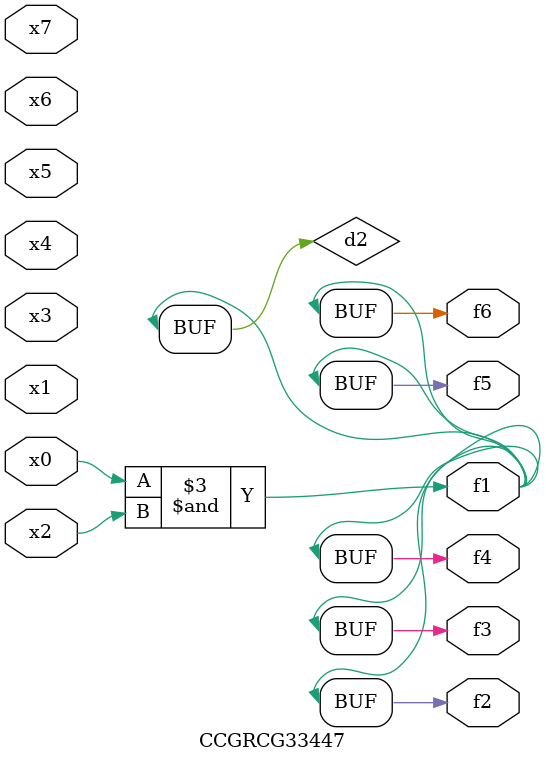
<source format=v>
module CCGRCG33447(
	input x0, x1, x2, x3, x4, x5, x6, x7,
	output f1, f2, f3, f4, f5, f6
);

	wire d1, d2;

	nor (d1, x3, x6);
	and (d2, x0, x2);
	assign f1 = d2;
	assign f2 = d2;
	assign f3 = d2;
	assign f4 = d2;
	assign f5 = d2;
	assign f6 = d2;
endmodule

</source>
